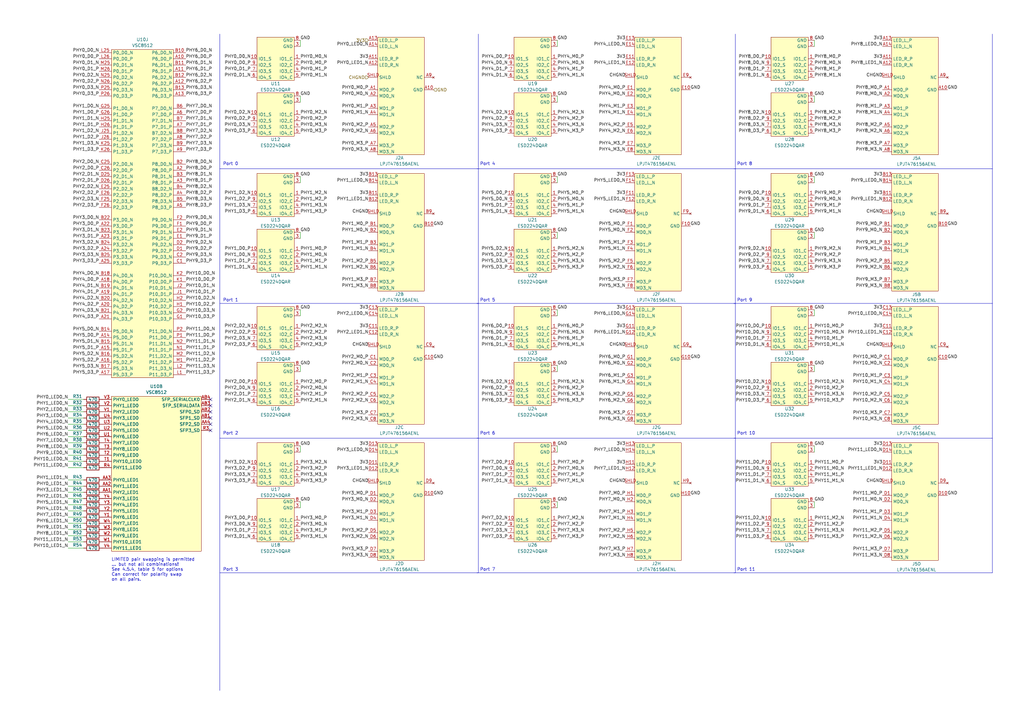
<source format=kicad_sch>
(kicad_sch (version 20231120) (generator "eeschema") (generator_version "8.0")
  (paper "A3")
  (title_block (title "LATENTRED Line Card") (date "2024-12-14") (rev "0.1") (company "Antikernel Labs") (comment 1 "Andrew D. Zonenberg"))
  (no_connect (at 86.36 171.45))
  (no_connect (at 86.36 166.37))
  (no_connect (at 86.36 163.83))
  (no_connect (at 86.36 176.53))
  (no_connect (at 86.36 173.99))
  (no_connect (at 86.36 168.91))
  (wire (pts (xy 27.94 189.23) (xy 34.29 189.23)))
  (polyline (pts (xy 196.215 13.97) (xy 196.215 69.215)))
  (polyline (pts (xy 196.215 69.215) (xy 196.215 124.46)))
  (wire (pts (xy 334.01 149.86) (xy 334.01 152.4)))
  (wire (pts (xy 27.94 184.15) (xy 34.29 184.15)))
  (wire (pts (xy 334.01 16.51) (xy 334.01 19.05)))
  (wire (pts (xy 334.01 127) (xy 334.01 129.54)))
  (wire (pts (xy 123.19 127) (xy 123.19 129.54)))
  (wire (pts (xy 27.94 212.09) (xy 34.29 212.09)))
  (polyline (pts (xy 196.215 179.705) (xy 90.17 179.705)))
  (wire (pts (xy 228.6 95.25) (xy 228.6 97.79)))
  (polyline (pts (xy 407.035 179.705) (xy 300.99 179.705)))
  (wire (pts (xy 27.94 176.53) (xy 34.29 176.53)))
  (polyline (pts (xy 196.215 179.705) (xy 196.215 234.95)))
  (polyline (pts (xy 301.625 69.215) (xy 195.58 69.215)))
  (polyline (pts (xy 301.625 234.95) (xy 195.58 234.95)))
  (wire (pts (xy 27.94 163.83) (xy 34.29 163.83)))
  (polyline (pts (xy 196.215 124.46) (xy 196.215 179.705)))
  (wire (pts (xy 27.94 222.25) (xy 34.29 222.25)))
  (polyline (pts (xy 407.035 124.46) (xy 407.035 179.705)))
  (wire (pts (xy 123.19 149.86) (xy 123.19 152.4)))
  (wire (pts (xy 27.94 214.63) (xy 34.29 214.63)))
  (polyline (pts (xy 301.625 13.97) (xy 301.625 69.215)))
  (wire (pts (xy 123.19 182.88) (xy 123.19 185.42)))
  (polyline (pts (xy 301.625 179.705) (xy 301.625 234.95)))
  (wire (pts (xy 228.6 39.37) (xy 228.6 41.91)))
  (wire (pts (xy 27.94 199.39) (xy 34.29 199.39)))
  (wire (pts (xy 123.19 72.39) (xy 123.19 74.93)))
  (wire (pts (xy 228.6 205.74) (xy 228.6 208.28)))
  (wire (pts (xy 123.19 95.25) (xy 123.19 97.79)))
  (polyline (pts (xy 407.035 69.215) (xy 407.035 124.46)))
  (wire (pts (xy 334.01 182.88) (xy 334.01 185.42)))
  (polyline (pts (xy 301.625 124.46) (xy 301.625 179.705)))
  (wire (pts (xy 27.94 201.93) (xy 34.29 201.93)))
  (polyline (pts (xy 301.625 179.705) (xy 195.58 179.705)))
  (wire (pts (xy 27.94 207.01) (xy 34.29 207.01)))
  (polyline (pts (xy 407.035 69.215) (xy 300.99 69.215)))
  (polyline (pts (xy 301.625 124.46) (xy 195.58 124.46)))
  (polyline (pts (xy 301.625 69.215) (xy 301.625 124.46)))
  (wire (pts (xy 27.94 186.69) (xy 34.29 186.69)))
  (wire (pts (xy 27.94 204.47) (xy 34.29 204.47)))
  (wire (pts (xy 27.94 166.37) (xy 34.29 166.37)))
  (wire (pts (xy 27.94 196.85) (xy 34.29 196.85)))
  (wire (pts (xy 27.94 171.45) (xy 34.29 171.45)))
  (polyline (pts (xy 90.17 13.97) (xy 90.17 283.21)))
  (polyline (pts (xy 196.215 234.95) (xy 90.17 234.95)))
  (polyline (pts (xy 407.035 13.97) (xy 407.035 69.215)))
  (wire (pts (xy 228.6 182.88) (xy 228.6 185.42)))
  (polyline (pts (xy 407.035 179.705) (xy 407.035 234.95)))
  (polyline (pts (xy 196.215 69.215) (xy 90.17 69.215)))
  (wire (pts (xy 27.94 179.07) (xy 34.29 179.07)))
  (wire (pts (xy 123.19 16.51) (xy 123.19 19.05)))
  (polyline (pts (xy 407.035 124.46) (xy 300.99 124.46)))
  (wire (pts (xy 27.94 181.61) (xy 34.29 181.61)))
  (wire (pts (xy 228.6 72.39) (xy 228.6 74.93)))
  (wire (pts (xy 228.6 16.51) (xy 228.6 19.05)))
  (wire (pts (xy 334.01 39.37) (xy 334.01 41.91)))
  (wire (pts (xy 27.94 209.55) (xy 34.29 209.55)))
  (wire (pts (xy 123.19 205.74) (xy 123.19 208.28)))
  (wire (pts (xy 27.94 173.99) (xy 34.29 173.99)))
  (wire (pts (xy 27.94 224.79) (xy 34.29 224.79)))
  (wire (pts (xy 334.01 72.39) (xy 334.01 74.93)))
  (wire (pts (xy 228.6 127) (xy 228.6 129.54)))
  (wire (pts (xy 228.6 149.86) (xy 228.6 152.4)))
  (wire (pts (xy 334.01 205.74) (xy 334.01 208.28)))
  (polyline (pts (xy 196.215 124.46) (xy 90.17 124.46)))
  (wire (pts (xy 334.01 95.25) (xy 334.01 97.79)))
  (wire (pts (xy 27.94 219.71) (xy 34.29 219.71)))
  (polyline (pts (xy 407.035 234.95) (xy 300.99 234.95)))
  (wire (pts (xy 27.94 191.77) (xy 34.29 191.77)))
  (wire (pts (xy 123.19 39.37) (xy 123.19 41.91)))
  (wire (pts (xy 27.94 217.17) (xy 34.29 217.17)))
  (wire (pts (xy 27.94 168.91) (xy 34.29 168.91)))
  (text "Port 9" (at 302.26 123.19 0) (effects (font (size 1.27 1.27)) (justify left)))
  (text "Port 2" (at 91.44 177.8 0) (effects (font (size 1.27 1.27)) (justify left)))
  (text "Port 7" (at 196.85 233.68 0) (effects (font (size 1.27 1.27)) (justify left)))
  (text "Port 1" (at 91.44 123.19 0) (effects (font (size 1.27 1.27)) (justify left)))
  (text "Port 5" (at 196.85 123.19 0) (effects (font (size 1.27 1.27)) (justify left)))
  (text "Port 11" (at 302.26 233.68 0) (effects (font (size 1.27 1.27)) (justify left)))
  (text "LIMITED pair swapping is permitted\n... but not all combinations!\nSee 4.5.4, table 5 for options\nCan correct for polarity swap\non all pairs." (at 45.72 233.68 0) (effects (font (size 1.27 1.27)) (justify left)))
  (text "Port 10" (at 302.26 177.8 0) (effects (font (size 1.27 1.27)) (justify left)))
  (text "Port 3" (at 91.44 233.68 0) (effects (font (size 1.27 1.27)) (justify left)))
  (text "Port 4" (at 196.85 67.31 0) (effects (font (size 1.27 1.27)) (justify left)))
  (text "Port 0" (at 91.44 67.31 0) (effects (font (size 1.27 1.27)) (justify left)))
  (text "Port 6" (at 196.85 177.8 0) (effects (font (size 1.27 1.27)) (justify left)))
  (text "Port 8" (at 302.26 67.31 0) (effects (font (size 1.27 1.27)) (justify left)))
  (label "CHGND" (at 151.13 142.24 180))
  (label "PHY3_D1_N" (at 102.87 220.98 180))
  (label "PHY9_D2_P" (at 313.69 105.41 180))
  (label "PHY1_M2_N" (at 151.13 110.49 180))
  (label "PHY1_D3_P" (at 40.64 62.23 180))
  (label "PHY9_M1_N" (at 334.01 87.63 0))
  (label "PHY11_M3_P" (at 361.95 226.06 180))
  (label "PHY8_M0_N" (at 334.01 26.67 0))
  (label "PHY8_M3_P" (at 334.01 54.61 0))
  (label "PHY1_D0_P" (at 40.64 46.99 180))
  (label "PHY0_M3_P" (at 151.13 59.69 180))
  (label "3V3" (at 361.95 16.51 180))
  (label "PHY7_M1_P" (at 256.54 210.82 180))
  (label "PHY1_D0_P" (at 102.87 102.87 180))
  (label "PHY8_D0_P" (at 76.2 69.85 0))
  (label "PHY11_M0_P" (at 334.01 190.5 0))
  (label "PHY7_D1_N" (at 208.28 198.12 180))
  (label "PHY1_D1_P" (at 102.87 107.95 180))
  (label "PHY10_M1_P" (at 361.95 154.94 180))
  (label "3V3" (at 361.95 182.88 180))
  (label "PHY6_LED0_N" (at 27.94 179.07 180))
  (label "PHY6_D1_P" (at 76.2 29.21 0))
  (label "PHY4_D0_N" (at 208.28 26.67 180))
  (label "PHY8_D2_P" (at 313.69 49.53 180))
  (label "GND" (at 123.19 95.25 0))
  (label "PHY2_D0_N" (at 40.64 67.31 180))
  (label "PHY1_M1_N" (at 123.19 110.49 0))
  (label "PHY5_LED1_N" (at 27.94 207.01 180))
  (label "PHY1_D2_N" (at 102.87 80.01 180))
  (label "PHY2_D1_N" (at 102.87 165.1 180))
  (label "PHY9_M2_P" (at 361.95 107.95 180))
  (label "GND" (at 334.01 39.37 0))
  (label "PHY7_D3_N" (at 208.28 218.44 180))
  (label "PHY2_M3_P" (at 123.19 142.24 0))
  (label "PHY5_D0_N" (at 208.28 82.55 180))
  (label "PHY1_M1_P" (at 123.19 107.95 0))
  (label "PHY4_D1_N" (at 40.64 118.11 180))
  (label "PHY10_D2_P" (at 76.2 125.73 0))
  (label "PHY7_D2_P" (at 208.28 215.9 180))
  (label "PHY5_M2_N" (at 256.54 110.49 180))
  (label "PHY0_D3_N" (at 102.87 52.07 180))
  (label "PHY8_D2_P" (at 76.2 80.01 0))
  (label "PHY4_M2_N" (at 256.54 54.61 180))
  (label "PHY1_M3_N" (at 123.19 85.09 0))
  (label "PHY5_D3_N" (at 40.64 151.13 180))
  (label "PHY10_D0_P" (at 76.2 115.57 0))
  (label "PHY4_M2_N" (at 228.6 46.99 0))
  (label "PHY5_D2_N" (at 208.28 102.87 180))
  (label "PHY11_D0_P" (at 76.2 138.43 0))
  (label "GND" (at 228.6 205.74 0))
  (label "PHY2_M0_N" (at 123.19 160.02 0))
  (label "PHY0_M1_N" (at 123.19 31.75 0))
  (label "3V3" (at 361.95 24.13 180))
  (label "PHY7_M1_P" (at 228.6 195.58 0))
  (label "PHY3_M1_N" (at 123.19 220.98 0))
  (label "PHY0_M0_P" (at 123.19 26.67 0))
  (label "PHY2_M1_P" (at 123.19 162.56 0))
  (label "PHY10_D0_N" (at 313.69 137.16 180))
  (label "3V3" (at 151.13 134.62 180))
  (label "PHY7_D1_N" (at 76.2 49.53 0))
  (label "PHY2_M1_N" (at 123.19 165.1 0))
  (label "PHY9_D0_N" (at 313.69 82.55 180))
  (label "PHY5_M1_P" (at 256.54 100.33 180))
  (label "PHY11_LED1_N" (at 27.94 222.25 180))
  (label "PHY4_M0_N" (at 228.6 26.67 0))
  (label "PHY9_M2_N" (at 361.95 110.49 180))
  (label "PHY5_D1_P" (at 40.64 143.51 180))
  (label "GND" (at 123.19 127 0))
  (label "PHY9_LED0_N" (at 361.95 74.93 180))
  (label "PHY5_LED0_N" (at 27.94 176.53 180))
  (label "PHY9_LED1_N" (at 361.95 82.55 180))
  (label "PHY4_M2_P" (at 256.54 52.07 180))
  (label "PHY4_D1_P" (at 40.64 120.65 180))
  (label "PHY0_D0_N" (at 102.87 24.13 180))
  (label "PHY3_M0_N" (at 123.19 215.9 0))
  (label "PHY2_D2_N" (at 40.64 77.47 180))
  (label "PHY4_D3_P" (at 208.28 54.61 180))
  (label "CHGND" (at 256.54 198.12 180))
  (label "PHY3_D2_P" (at 40.64 102.87 180))
  (label "GND" (at 123.19 182.88 0))
  (label "GND" (at 123.19 205.74 0))
  (label "PHY3_LED1_N" (at 151.13 193.04 180))
  (label "PHY10_D3_N" (at 313.69 162.56 180))
  (label "PHY6_M1_N" (at 228.6 142.24 0))
  (label "PHY3_D0_P" (at 102.87 213.36 180))
  (label "PHY11_D0_N" (at 76.2 135.89 0))
  (label "PHY1_LED0_N" (at 27.94 166.37 180))
  (label "PHY11_LED0_N" (at 27.94 191.77 180))
  (label "CHGND" (at 151.13 87.63 180))
  (label "3V3" (at 151.13 80.01 180))
  (label "PHY0_M2_P" (at 151.13 52.07 180))
  (label "PHY9_D0_P" (at 313.69 80.01 180))
  (label "PHY7_D1_P" (at 76.2 52.07 0))
  (label "PHY10_D0_N" (at 76.2 113.03 0))
  (label "PHY7_LED1_N" (at 27.94 212.09 180))
  (label "PHY4_M3_P" (at 256.54 59.69 180))
  (label "PHY11_D3_P" (at 313.69 220.98 180))
  (label "PHY7_M3_N" (at 228.6 218.44 0))
  (label "PHY5_D1_N" (at 40.64 140.97 180))
  (label "GND" (at 334.01 182.88 0))
  (label "PHY5_D0_N" (at 40.64 135.89 180))
  (label "PHY5_M1_P" (at 228.6 85.09 0))
  (label "GND" (at 228.6 127 0))
  (label "PHY11_D1_P" (at 76.2 143.51 0))
  (label "3V3" (at 361.95 190.5 180))
  (label "PHY6_D3_N" (at 208.28 162.56 180))
  (label "PHY11_D1_N" (at 76.2 140.97 0))
  (label "3V3" (at 256.54 134.62 180))
  (label "PHY3_D3_P" (at 102.87 198.12 180))
  (label "CHGND" (at 361.95 31.75 180))
  (label "PHY8_D3_N" (at 76.2 82.55 0))
  (label "GND" (at 177.8 203.2 0))
  (label "PHY6_M1_P" (at 228.6 139.7 0))
  (label "PHY6_M1_N" (at 256.54 157.48 180))
  (label "GND" (at 228.6 149.86 0))
  (label "PHY3_M0_P" (at 151.13 203.2 180))
  (label "PHY0_LED0_N" (at 27.94 163.83 180))
  (label "PHY7_LED0_N" (at 256.54 185.42 180))
  (label "PHY5_D1_N" (at 208.28 87.63 180))
  (label "PHY8_D0_N" (at 313.69 26.67 180))
  (label "GND" (at 228.6 16.51 0))
  (label "CHGND" (at 151.13 198.12 180))
  (label "PHY6_D0_P" (at 76.2 24.13 0))
  (label "PHY7_D2_N" (at 208.28 213.36 180))
  (label "PHY2_D1_P" (at 102.87 162.56 180))
  (label "PHY10_LED0_N" (at 27.94 189.23 180))
  (label "PHY4_D2_N" (at 208.28 46.99 180))
  (label "PHY7_M2_P" (at 256.54 218.44 180))
  (label "PHY3_M2_N" (at 151.13 220.98 180))
  (label "PHY0_D0_N" (at 40.64 21.59 180))
  (label "PHY6_D0_N" (at 76.2 21.59 0))
  (label "PHY10_D1_P" (at 313.69 139.7 180))
  (label "PHY9_D2_P" (at 76.2 102.87 0))
  (label "PHY8_M1_P" (at 361.95 44.45 180))
  (label "PHY1_M0_N" (at 151.13 95.25 180))
  (label "PHY7_M2_N" (at 256.54 220.98 180))
  (label "PHY4_M1_N" (at 256.54 46.99 180))
  (label "PHY2_M0_P" (at 123.19 157.48 0))
  (label "GND" (at 228.6 72.39 0))
  (label "PHY6_M3_N" (at 228.6 162.56 0))
  (label "PHY11_M1_P" (at 361.95 210.82 180))
  (label "PHY3_M1_P" (at 151.13 210.82 180))
  (label "PHY1_LED0_N" (at 151.13 74.93 180))
  (label "PHY6_M0_N" (at 256.54 149.86 180))
  (label "PHY5_D0_P" (at 40.64 138.43 180))
  (label "PHY9_D2_N" (at 76.2 100.33 0))
  (label "PHY11_M3_P" (at 334.01 220.98 0))
  (label "PHY4_D0_P" (at 208.28 24.13 180))
  (label "GND" (at 177.8 92.71 0))
  (label "PHY1_D1_N" (at 40.64 49.53 180))
  (label "PHY5_D1_P" (at 208.28 85.09 180))
  (label "PHY2_LED0_N" (at 27.94 168.91 180))
  (label "GND" (at 388.62 203.2 0))
  (label "PHY1_D3_N" (at 40.64 59.69 180))
  (label "3V3" (at 361.95 134.62 180))
  (label "PHY10_M0_N" (at 334.01 137.16 0))
  (label "PHY7_LED0_N" (at 27.94 181.61 180))
  (label "PHY4_D3_N" (at 40.64 128.27 180))
  (label "PHY7_D3_P" (at 76.2 62.23 0))
  (label "PHY3_D2_N" (at 102.87 190.5 180))
  (label "PHY6_M2_P" (at 228.6 160.02 0))
  (label "PHY9_LED0_N" (at 27.94 186.69 180))
  (label "GND" (at 334.01 95.25 0))
  (label "PHY1_M2_P" (at 151.13 107.95 180))
  (label "PHY7_M0_N" (at 256.54 205.74 180))
  (label "GND" (at 283.21 92.71 0))
  (label "PHY11_M1_N" (at 361.95 213.36 180))
  (label "PHY2_M2_P" (at 123.19 137.16 0))
  (label "PHY3_D1_P" (at 40.64 97.79 180))
  (label "PHY0_M0_N" (at 123.19 24.13 0))
  (label "PHY10_D3_P" (at 313.69 165.1 180))
  (label "PHY11_D3_N" (at 313.69 218.44 180))
  (label "PHY4_M0_P" (at 256.54 36.83 180))
  (label "PHY3_D2_N" (at 40.64 100.33 180))
  (label "PHY4_D0_P" (at 40.64 115.57 180))
  (label "3V3" (at 256.54 127 180))
  (label "PHY8_D0_P" (at 313.69 24.13 180))
  (label "PHY8_M2_P" (at 334.01 49.53 0))
  (label "PHY2_D3_P" (at 102.87 142.24 180))
  (label "PHY1_M0_P" (at 123.19 102.87 0))
  (label "PHY7_D3_N" (at 76.2 59.69 0))
  (label "3V3" (at 256.54 72.39 180))
  (label "GND" (at 283.21 147.32 0))
  (label "PHY8_M2_P" (at 361.95 52.07 180))
  (label "PHY8_M0_P" (at 361.95 36.83 180))
  (label "PHY8_M3_P" (at 361.95 59.69 180))
  (label "PHY4_M1_N" (at 228.6 31.75 0))
  (label "PHY0_LED1_N" (at 151.13 26.67 180))
  (label "PHY7_M1_N" (at 228.6 198.12 0))
  (label "PHY7_M2_N" (at 228.6 213.36 0))
  (label "PHY1_LED1_N" (at 27.94 196.85 180))
  (label "PHY0_M1_N" (at 151.13 46.99 180))
  (label "PHY2_M3_P" (at 151.13 170.18 180))
  (label "PHY5_LED1_N" (at 256.54 82.55 180))
  (label "PHY3_M1_P" (at 123.19 218.44 0))
  (label "PHY7_D0_N" (at 208.28 193.04 180))
  (label "PHY7_D0_P" (at 76.2 46.99 0))
  (label "PHY8_D3_P" (at 313.69 54.61 180))
  (label "PHY2_D1_N" (at 40.64 72.39 180))
  (label "PHY1_D2_P" (at 40.64 57.15 180))
  (label "PHY7_M3_P" (at 228.6 220.98 0))
  (label "PHY5_M2_N" (at 228.6 102.87 0))
  (label "PHY6_D1_N" (at 76.2 26.67 0))
  (label "PHY6_M0_P" (at 228.6 134.62 0))
  (label "PHY10_M2_N" (at 361.95 165.1 180))
  (label "PHY5_LED0_N" (at 256.54 74.93 180))
  (label "PHY3_M3_N" (at 123.19 195.58 0))
  (label "PHY10_M2_P" (at 334.01 160.02 0))
  (label "PHY4_M3_N" (at 228.6 52.07 0))
  (label "CHGND" (at 256.54 87.63 180))
  (label "PHY9_M0_N" (at 361.95 95.25 180))
  (label "PHY3_D3_N" (at 40.64 105.41 180))
  (label "PHY0_D3_P" (at 40.64 39.37 180))
  (label "PHY4_LED0_N" (at 27.94 173.99 180))
  (label "PHY4_LED0_N" (at 256.54 19.05 180))
  (label "PHY0_M2_N" (at 123.19 46.99 0))
  (label "GND" (at 283.21 36.83 0))
  (label "PHY11_M3_N" (at 334.01 218.44 0))
  (label "PHY5_M3_N" (at 256.54 118.11 180))
  (label "PHY6_LED1_N" (at 256.54 137.16 180))
  (label "GND" (at 334.01 16.51 0))
  (label "PHY2_D0_N" (at 102.87 160.02 180))
  (label "PHY0_D3_N" (at 40.64 36.83 180))
  (label "PHY3_D0_N" (at 40.64 90.17 180))
  (label "PHY4_D2_P" (at 40.64 125.73 180))
  (label "PHY11_M2_P" (at 334.01 215.9 0))
  (label "PHY7_M1_N" (at 256.54 213.36 180))
  (label "PHY5_M3_N" (at 228.6 107.95 0))
  (label "PHY7_M3_N" (at 256.54 228.6 180))
  (label "PHY5_D2_N" (at 40.64 146.05 180))
  (label "PHY8_M1_P" (at 334.01 29.21 0))
  (label "PHY8_LED0_N" (at 361.95 19.05 180))
  (label "PHY9_M3_N" (at 361.95 118.11 180))
  (label "PHY3_M0_N" (at 151.13 205.74 180))
  (label "PHY10_M0_P" (at 361.95 147.32 180))
  (label "PHY11_M1_N" (at 334.01 198.12 0))
  (label "PHY9_D0_P" (at 76.2 92.71 0))
  (label "PHY6_D0_P" (at 208.28 134.62 180))
  (label "GND" (at 334.01 149.86 0))
  (label "3V3" (at 361.95 127 180))
  (label "PHY0_M0_N" (at 151.13 39.37 180))
  (label "PHY11_M0_P" (at 361.95 203.2 180))
  (label "PHY8_LED1_N" (at 361.95 26.67 180))
  (label "PHY4_D0_N" (at 40.64 113.03 180))
  (label "PHY8_M3_N" (at 361.95 62.23 180))
  (label "PHY10_LED0_N" (at 361.95 129.54 180))
  (label "PHY5_M0_P" (at 228.6 80.01 0))
  (label "PHY6_D1_P" (at 208.28 139.7 180))
  (label "PHY5_D3_N" (at 208.28 107.95 180))
  (label "PHY9_D3_P" (at 313.69 110.49 180))
  (label "PHY8_D1_P" (at 76.2 74.93 0))
  (label "PHY1_D1_P" (at 40.64 52.07 180))
  (label "PHY3_M2_P" (at 151.13 218.44 180))
  (label "PHY10_M0_P" (at 334.01 134.62 0))
  (label "PHY6_M3_N" (at 256.54 172.72 180))
  (label "PHY7_D3_P" (at 208.28 220.98 180))
  (label "PHY2_M2_P" (at 151.13 162.56 180))
  (label "PHY0_D2_N" (at 40.64 31.75 180))
  (label "PHY2_D3_N" (at 40.64 82.55 180))
  (label "PHY5_D0_P" (at 208.28 80.01 180))
  (label "PHY6_M2_N" (at 228.6 157.48 0))
  (label "PHY3_M3_P" (at 151.13 226.06 180))
  (label "PHY10_D2_P" (at 313.69 160.02 180))
  (label "PHY0_M3_N" (at 123.19 52.07 0))
  (label "PHY6_D3_N" (at 76.2 36.83 0))
  (label "PHY6_LED1_N" (at 27.94 214.63 180))
  (label "PHY6_D2_N" (at 76.2 31.75 0))
  (label "PHY9_D1_N" (at 313.69 87.63 180))
  (label "PHY8_M2_N" (at 361.95 54.61 180))
  (label "PHY9_M3_P" (at 361.95 115.57 180))
  (label "PHY4_M0_P" (at 228.6 24.13 0))
  (label "PHY3_M2_P" (at 123.19 193.04 0))
  (label "PHY5_M0_P" (at 256.54 92.71 180))
  (label "PHY2_M3_N" (at 123.19 139.7 0))
  (label "PHY3_M1_N" (at 151.13 213.36 180))
  (label "PHY2_M3_N" (at 151.13 172.72 180))
  (label "PHY11_D0_N" (at 313.69 193.04 180))
  (label "PHY1_M2_N" (at 123.19 80.01 0))
  (label "PHY10_M3_N" (at 361.95 172.72 180))
  (label "PHY11_M0_N" (at 361.95 205.74 180))
  (label "PHY11_M3_N" (at 361.95 228.6 180))
  (label "3V3" (at 361.95 80.01 180))
  (label "PHY2_D2_P" (at 40.64 80.01 180))
  (label "PHY9_D3_P" (at 76.2 107.95 0))
  (label "PHY10_D1_P" (at 76.2 120.65 0))
  (label "PHY3_D1_P" (at 102.87 218.44 180))
  (label "PHY4_M1_P" (at 228.6 29.21 0))
  (label "PHY5_D3_P" (at 208.28 110.49 180))
  (label "3V3" (at 256.54 190.5 180))
  (label "PHY9_D2_N" (at 313.69 102.87 180))
  (label "PHY2_D0_P" (at 40.64 69.85 180))
  (label "PHY4_M3_P" (at 228.6 54.61 0))
  (label "PHY9_M1_P" (at 334.01 85.09 0))
  (label "PHY1_D2_P" (at 102.87 82.55 180))
  (label "PHY9_M2_N" (at 334.01 102.87 0))
  (label "CHGND" (at 256.54 142.24 180))
  (label "PHY9_M1_P" (at 361.95 100.33 180))
  (label "PHY2_D2_P" (at 102.87 137.16 180))
  (label "PHY6_M2_N" (at 256.54 165.1 180))
  (label "PHY2_D2_N" (at 102.87 134.62 180))
  (label "PHY6_D2_P" (at 76.2 34.29 0))
  (label "PHY0_M2_N" (at 151.13 54.61 180))
  (label "PHY10_M1_N" (at 334.01 142.24 0))
  (label "PHY7_LED1_N" (at 256.54 193.04 180))
  (label "PHY0_D1_N" (at 102.87 31.75 180))
  (label "PHY2_M2_N" (at 151.13 165.1 180))
  (label "PHY1_D3_P" (at 102.87 87.63 180))
  (label "PHY3_D0_P" (at 40.64 92.71 180))
  (label "PHY10_M3_P" (at 361.95 170.18 180))
  (label "PHY1_M1_N" (at 151.13 102.87 180))
  (label "PHY4_LED1_N" (at 256.54 26.67 180))
  (label "PHY10_D3_N" (at 76.2 128.27 0))
  (label "GND" (at 388.62 92.71 0))
  (label "PHY0_D1_P" (at 102.87 29.21 180))
  (label "CHGND" (at 361.95 198.12 180))
  (label "PHY2_D1_P" (at 40.64 74.93 180))
  (label "PHY1_D3_N" (at 102.87 85.09 180))
  (label "PHY2_D3_N" (at 102.87 139.7 180))
  (label "PHY11_D2_P" (at 76.2 148.59 0))
  (label "PHY6_D2_N" (at 208.28 157.48 180))
  (label "PHY3_LED1_N" (at 27.94 201.93 180))
  (label "PHY6_D0_N" (at 208.28 137.16 180))
  (label "PHY1_M3_N" (at 151.13 118.11 180))
  (label "GND" (at 123.19 72.39 0))
  (label "PHY4_D1_N" (at 208.28 31.75 180))
  (label "PHY3_LED0_N" (at 151.13 185.42 180))
  (label "PHY10_D0_P" (at 313.69 134.62 180))
  (label "PHY4_LED1_N" (at 27.94 209.55 180))
  (label "3V3" (at 151.13 72.39 180))
  (label "PHY1_M3_P" (at 151.13 115.57 180))
  (label "3V3" (at 151.13 182.88 180))
  (label "PHY11_D2_N" (at 76.2 146.05 0))
  (label "GND" (at 388.62 36.83 0))
  (label "3V3" (at 151.13 127 180))
  (label "PHY7_D1_P" (at 208.28 195.58 180))
  (label "PHY1_M0_N" (at 123.19 105.41 0))
  (label "GND" (at 123.19 149.86 0))
  (label "PHY9_M0_P" (at 361.95 92.71 180))
  (label "PHY11_D3_P" (at 76.2 153.67 0))
  (label "PHY3_M3_P" (at 123.19 198.12 0))
  (label "PHY5_M2_P" (at 256.54 107.95 180))
  (label "GND" (at 177.8 147.32 0))
  (label "PHY10_M2_P" (at 361.95 162.56 180))
  (label "3V3" (at 256.54 16.51 180))
  (label "PHY9_D0_N" (at 76.2 90.17 0))
  (label "PHY6_D3_P" (at 208.28 165.1 180))
  (label "PHY0_M1_P" (at 151.13 44.45 180))
  (label "PHY9_D1_N" (at 76.2 95.25 0))
  (label "PHY2_M0_N" (at 151.13 149.86 180))
  (label "3V3" (at 151.13 190.5 180))
  (label "PHY11_LED1_N" (at 361.95 193.04 180))
  (label "PHY7_M2_P" (at 228.6 215.9 0))
  (label "3V3" (at 256.54 80.01 180))
  (label "PHY1_M3_P" (at 123.19 87.63 0))
  (label "PHY10_M3_N" (at 334.01 162.56 0))
  (label "PHY6_M3_P" (at 256.54 170.18 180))
  (label "PHY0_M0_P" (at 151.13 36.83 180))
  (label "CHGND" (at 361.95 142.24 180))
  (label "PHY8_D3_N" (at 313.69 52.07 180))
  (label "3V3" (at 361.95 72.39 180))
  (label "GND" (at 334.01 72.39 0))
  (label "PHY2_LED1_N" (at 27.94 204.47 180))
  (label "PHY10_M3_P" (at 334.01 165.1 0))
  (label "PHY3_M2_N" (at 123.19 190.5 0))
  (label "PHY3_D3_N" (at 102.87 195.58 180))
  (label "PHY8_LED0_N" (at 27.94 184.15 180))
  (label "PHY11_D1_N" (at 313.69 198.12 180))
  (label "PHY0_D1_P" (at 40.64 29.21 180))
  (label "GND" (at 334.01 127 0))
  (label "PHY2_LED1_N" (at 151.13 137.16 180))
  (label "PHY4_D2_N" (at 40.64 123.19 180))
  (label "PHY4_D3_P" (at 40.64 130.81 180))
  (label "PHY8_D1_P" (at 313.69 29.21 180))
  (label "PHY10_M1_P" (at 334.01 139.7 0))
  (label "PHY9_M1_N" (at 361.95 102.87 180))
  (label "PHY7_D0_P" (at 208.28 190.5 180))
  (label "PHY6_LED0_N" (at 256.54 129.54 180))
  (label "PHY6_M0_N" (at 228.6 137.16 0))
  (label "PHY1_LED1_N" (at 151.13 82.55 180))
  (label "PHY8_LED1_N" (at 27.94 219.71 180))
  (label "PHY5_D2_P" (at 40.64 148.59 180))
  (label "PHY11_M2_N" (at 361.95 220.98 180))
  (label "PHY1_M1_P" (at 151.13 100.33 180))
  (label "GND" (at 123.19 39.37 0))
  (label "PHY8_D1_N" (at 76.2 72.39 0))
  (label "PHY0_LED1_N" (at 27.94 199.39 180))
  (label "PHY7_M0_P" (at 256.54 203.2 180))
  (label "PHY5_D2_P" (at 208.28 105.41 180))
  (label "3V3" (at 256.54 182.88 180))
  (label "PHY8_M2_N" (at 334.01 46.99 0))
  (label "PHY8_M1_N" (at 361.95 46.99 180))
  (label "PHY0_LED0_N" (at 151.13 19.05 180))
  (label "3V3" (at 151.13 24.13 180))
  (label "PHY8_D2_N" (at 313.69 46.99 180))
  (label "GND" (at 283.21 203.2 0))
  (label "PHY4_M1_P" (at 256.54 44.45 180))
  (label "PHY6_M2_P" (at 256.54 162.56 180))
  (label "PHY9_D1_P" (at 76.2 97.79 0))
  (label "PHY2_M1_P" (at 151.13 154.94 180))
  (label "GND" (at 388.62 147.32 0))
  (label "PHY1_D0_N" (at 102.87 105.41 180))
  (label "PHY10_D2_N" (at 76.2 123.19 0))
  (label "GND" (at 228.6 182.88 0))
  (label "PHY11_D2_N" (at 313.69 213.36 180))
  (label "PHY4_M2_P" (at 228.6 49.53 0))
  (label "PHY3_D0_N" (at 102.87 215.9 180))
  (label "PHY3_D1_N" (at 40.64 95.25 180))
  (label "PHY8_D3_P" (at 76.2 85.09 0))
  (label "PHY11_M0_N" (at 334.01 193.04 0))
  (label "PHY9_M3_P" (at 334.01 110.49 0))
  (label "PHY9_D3_N" (at 313.69 107.95 180))
  (label "PHY8_M0_P" (at 334.01 24.13 0))
  (label "PHY6_D1_N" (at 208.28 142.24 180))
  (label "PHY5_M0_N" (at 256.54 95.25 180))
  (label "PHY1_D2_N" (at 40.64 54.61 180))
  (label "PHY5_M3_P" (at 228.6 110.49 0))
  (label "PHY10_M1_N" (at 361.95 157.48 180))
  (label "PHY11_D3_N" (at 76.2 151.13 0))
  (label "PHY10_D3_P" (at 76.2 130.81 0))
  (label "PHY11_LED0_N" (at 361.95 185.42 180))
  (label "PHY4_D2_P" (at 208.28 49.53 180))
  (label "PHY7_M0_P" (at 228.6 190.5 0))
  (label "GND" (at 228.6 39.37 0))
  (label "PHY6_M1_P" (at 256.54 154.94 180))
  (label "PHY10_D1_N" (at 76.2 118.11 0))
  (label "PHY7_D2_N" (at 76.2 54.61 0))
  (label "PHY1_M0_P" (at 151.13 92.71 180))
  (label "PHY5_M3_P" (at 256.54 115.57 180))
  (label "PHY0_D1_N" (at 40.64 26.67 180))
  (label "GND" (at 334.01 205.74 0))
  (label "PHY11_M2_P" (at 361.95 218.44 180))
  (label "PHY2_D3_P" (at 40.64 85.09 180))
  (label "PHY3_M3_N" (at 151.13 228.6 180))
  (label "PHY9_M0_N" (at 334.01 82.55 0))
  (label "PHY6_M0_P" (at 256.54 147.32 180))
  (label "PHY3_D2_P" (at 102.87 193.04 180))
  (label "PHY2_M1_N" (at 151.13 157.48 180))
  (label "PHY6_M3_P" (at 228.6 165.1 0))
  (label "PHY9_M2_P" (at 334.01 105.41 0))
  (label "PHY11_M2_N" (at 334.01 213.36 0))
  (label "PHY10_D2_N" (at 313.69 157.48 180))
  (label "PHY8_M0_N" (at 361.95 39.37 180))
  (label "PHY9_LED1_N" (at 27.94 217.17 180))
  (label "PHY1_D1_N" (at 102.87 110.49 180))
  (label "PHY8_M1_N" (at 334.01 31.75 0))
  (label "PHY0_D3_P" (at 102.87 54.61 180))
  (label "PHY2_D0_P" (at 102.87 157.48 180))
  (label "PHY0_D2_P" (at 102.87 49.53 180))
  (label "PHY4_M3_N" (at 256.54 62.23 180))
  (label "CHGND" (at 256.54 31.75 180))
  (label "PHY0_M2_P" (at 123.19 49.53 0))
  (label "PHY7_D0_N" (at 76.2 44.45 0))
  (label "PHY8_M3_N" (at 334.01 52.07 0))
  (label "PHY1_D0_N" (at 40.64 44.45 180))
  (label "GND" (at 123.19 16.51 0))
  (label "PHY9_M0_P" (at 334.01 80.01 0))
  (label "PHY8_D2_N" (at 76.2 77.47 0))
  (label "PHY9_M3_N" (at 334.01 107.95 0))
  (label "PHY0_D2_N" (at 102.87 46.99 180))
  (label "PHY11_D0_P" (at 313.69 190.5 180))
  (label "PHY10_LED1_N" (at 27.94 224.79 180))
  (label "PHY3_M0_P" (at 123.19 213.36 0))
  (label "PHY0_M1_P" (at 123.19 29.21 0))
  (label "PHY3_D3_P" (at 40.64 107.95 180))
  (label "PHY10_D1_N" (at 313.69 142.24 180))
  (label "GND" (at 228.6 95.25 0))
  (label "PHY10_M0_N" (at 361.95 149.86 180))
  (label "PHY11_D1_P" (at 313.69 195.58 180))
  (label "PHY6_D2_P" (at 208.28 160.02 180))
  (label "PHY7_M3_P" (at 256.54 226.06 180))
  (label "PHY0_M3_N" (at 151.13 62.23 180))
  (label "PHY0_D0_P" (at 40.64 24.13 180))
  (label "PHY6_D3_P" (at 76.2 39.37 0))
  (label "3V3" (at 256.54 24.13 180))
  (label "PHY10_M2_N" (at 334.01 157.48 0))
  (label "PHY5_M1_N" (at 256.54 102.87 180))
  (label "PHY4_M0_N" (at 256.54 39.37 180))
  (label "PHY8_D0_N" (at 76.2 67.31 0))
  (label "PHY5_M1_N" (at 228.6 87.63 0))
  (label "PHY9_D3_N" (at 76.2 105.41 0))
  (label "PHY8_D1_N" (at 313.69 31.75 180))
  (label "PHY5_D3_P" (at 40.64 153.67 180))
  (label "PHY10_LED1_N" (at 361.95 137.16 180))
  (label "CHGND" (at 361.95 87.63 180))
  (label "PHY5_M2_P" (at 228.6 105.41 0))
  (label "PHY11_M1_P" (at 334.01 195.58 0))
  (label "PHY3_LED0_N" (at 27.94 171.45 180))
  (label "PHY5_M0_N" (at 228.6 82.55 0))
  (label "PHY11_D2_P" (at 313.69 215.9 180))
  (label "PHY9_D1_P" (at 313.69 85.09 180))
  (label "PHY0_D0_P" (at 102.87 26.67 180))
  (label "PHY7_M0_N" (at 228.6 193.04 0))
  (label "PHY7_D2_P" (at 76.2 57.15 0))
  (label "PHY0_M3_P" (at 123.19 54.61 0))
  (label "PHY4_D1_P" (at 208.28 29.21 180))
  (label "PHY2_M0_P" (at 151.13 147.32 180))
  (label "PHY1_M2_P" (at 123.19 82.55 0))
  (label "PHY4_D3_N" (at 208.28 52.07 180))
  (label "PHY0_D2_P" (at 40.64 34.29 180))
  (label "PHY2_M2_N" (at 123.19 134.62 0))
  (label "PHY2_LED0_N" (at 151.13 129.54 180))
  (hierarchical_label "3V3" (shape input) (at 151.13 16.51 180))
  (hierarchical_label "GND" (shape input) (at 177.8 36.83 0))
  (hierarchical_label "CHGND" (shape input) (at 151.13 31.75 180))
  (symbol (lib_id "special-azonenberg:LPJT476156AENL") (at 365.76 63.5 0) (unit 1)
    (property "Reference" "J5" (at 375.92 64.8857 0))
    (property "Value" "LPJT476156AENL" (at 375.92 67.31 0))
    (property "Footprint" "azonenberg_pcb:CONN_LINKPP_LPJT476156AENL" (effects (hide yes)))
  )
  (symbol (lib_id "special-azonenberg:ESD224") (at 226.06 33.02 0) (mirror y) (unit 1)
    (property "Reference" "U19" (at 218.44 34.29 0))
    (property "Value" "ESD224DQAR" (at 218.44 36.83 0))
    (property "Footprint" "azonenberg_pcb:DFN_10_0.5MM_2.5x1MM_TI_DQA" (effects (hide yes)))
  )
  (symbol (lib_id "special-azonenberg:LPJT476156AENL") (at 260.35 229.87 0) (unit 8)
    (property "Reference" "J2" (at 269.24 231.14 0))
    (property "Value" "LPJT476156AENL" (at 269.24 233.5643 0))
    (property "Footprint" "azonenberg_pcb:CONN_LINKPP_LPJT476156AENL" (effects (hide yes)))
  )
  (symbol (lib_id "device:R") (at 38.1 168.91 90) (unit 1)
    (property "Reference" "R33" (at 31.75 167.64 90))
    (property "Value" "470" (at 38.1 168.91 90))
    (property "Footprint" "azonenberg_pcb:EIA_0402_RES_NOSILK" (effects (hide yes)))
    (property "Description" "Resistor" (effects (hide yes)))
  )
  (symbol (lib_id "device:R") (at 38.1 222.25 90) (unit 1)
    (property "Reference" "R53" (at 31.75 220.98 90))
    (property "Value" "470" (at 38.1 222.25 90))
    (property "Footprint" "azonenberg_pcb:EIA_0402_RES_NOSILK" (effects (hide yes)))
    (property "Description" "Resistor" (effects (hide yes)))
  )
  (symbol (lib_id "special-azonenberg:ESD224") (at 226.06 222.25 0) (mirror y) (unit 1)
    (property "Reference" "U26" (at 218.44 223.52 0))
    (property "Value" "ESD224DQAR" (at 218.44 226.06 0))
    (property "Footprint" "azonenberg_pcb:DFN_10_0.5MM_2.5x1MM_TI_DQA" (effects (hide yes)))
  )
  (symbol (lib_id "special-azonenberg:LPJT476156AENL") (at 260.35 173.99 0) (unit 7)
    (property "Reference" "J2" (at 269.24 175.26 0))
    (property "Value" "LPJT476156AENL" (at 269.24 177.6843 0))
    (property "Footprint" "azonenberg_pcb:CONN_LINKPP_LPJT476156AENL" (effects (hide yes)))
  )
  (symbol (lib_id "device:R") (at 38.1 166.37 90) (unit 1)
    (property "Reference" "R32" (at 31.75 165.1 90))
    (property "Value" "470" (at 38.1 166.37 90))
    (property "Footprint" "azonenberg_pcb:EIA_0402_RES_NOSILK" (effects (hide yes)))
    (property "Description" "Resistor" (effects (hide yes)))
  )
  (symbol (lib_id "special-azonenberg:ESD224") (at 226.06 166.37 0) (mirror y) (unit 1)
    (property "Reference" "U24" (at 218.44 167.64 0))
    (property "Value" "ESD224DQAR" (at 218.44 170.18 0))
    (property "Footprint" "azonenberg_pcb:DFN_10_0.5MM_2.5x1MM_TI_DQA" (effects (hide yes)))
  )
  (symbol (lib_id "device:R") (at 38.1 224.79 90) (unit 1)
    (property "Reference" "R54" (at 31.75 223.52 90))
    (property "Value" "470" (at 38.1 224.79 90))
    (property "Footprint" "azonenberg_pcb:EIA_0402_RES_NOSILK" (effects (hide yes)))
    (property "Description" "Resistor" (effects (hide yes)))
  )
  (symbol (lib_id "special-azonenberg:LPJT476156AENL") (at 365.76 229.87 0) (unit 4)
    (property "Reference" "J5" (at 375.92 231.2557 0))
    (property "Value" "LPJT476156AENL" (at 375.92 233.68 0))
    (property "Footprint" "azonenberg_pcb:CONN_LINKPP_LPJT476156AENL" (effects (hide yes)))
  )
  (symbol (lib_id "special-azonenberg:ESD224") (at 120.65 55.88 0) (mirror y) (unit 1)
    (property "Reference" "U12" (at 113.03 57.15 0))
    (property "Value" "ESD224DQAR" (at 113.03 59.69 0))
    (property "Footprint" "azonenberg_pcb:DFN_10_0.5MM_2.5x1MM_TI_DQA" (effects (hide yes)))
  )
  (symbol (lib_id "device:R") (at 38.1 191.77 90) (unit 1)
    (property "Reference" "R42" (at 31.75 190.5 90))
    (property "Value" "470" (at 38.1 191.77 90))
    (property "Footprint" "azonenberg_pcb:EIA_0402_RES_NOSILK" (effects (hide yes)))
    (property "Description" "Resistor" (effects (hide yes)))
  )
  (symbol (lib_id "special-azonenberg:ESD224") (at 331.47 222.25 0) (mirror y) (unit 1)
    (property "Reference" "U34" (at 323.85 223.52 0))
    (property "Value" "ESD224DQAR" (at 323.85 226.06 0))
    (property "Footprint" "azonenberg_pcb:DFN_10_0.5MM_2.5x1MM_TI_DQA" (effects (hide yes)))
  )
  (symbol (lib_id "special-azonenberg:ESD224") (at 120.65 166.37 0) (mirror y) (unit 1)
    (property "Reference" "U16" (at 113.03 167.64 0))
    (property "Value" "ESD224DQAR" (at 113.03 170.18 0))
    (property "Footprint" "azonenberg_pcb:DFN_10_0.5MM_2.5x1MM_TI_DQA" (effects (hide yes)))
  )
  (symbol (lib_id "special-azonenberg:ESD224") (at 226.06 88.9 0) (mirror y) (unit 1)
    (property "Reference" "U21" (at 218.44 90.17 0))
    (property "Value" "ESD224DQAR" (at 218.44 92.71 0))
    (property "Footprint" "azonenberg_pcb:DFN_10_0.5MM_2.5x1MM_TI_DQA" (effects (hide yes)))
  )
  (symbol (lib_id "device:R") (at 38.1 204.47 90) (unit 1)
    (property "Reference" "R46" (at 31.75 203.2 90))
    (property "Value" "470" (at 38.1 204.47 90))
    (property "Footprint" "azonenberg_pcb:EIA_0402_RES_NOSILK" (effects (hide yes)))
    (property "Description" "Resistor" (effects (hide yes)))
  )
  (symbol (lib_id "special-azonenberg:ESD224") (at 226.06 143.51 0) (mirror y) (unit 1)
    (property "Reference" "U23" (at 218.44 144.78 0))
    (property "Value" "ESD224DQAR" (at 218.44 147.32 0))
    (property "Footprint" "azonenberg_pcb:DFN_10_0.5MM_2.5x1MM_TI_DQA" (effects (hide yes)))
  )
  (symbol (lib_id "device:R") (at 38.1 199.39 90) (unit 1)
    (property "Reference" "R44" (at 31.75 198.12 90))
    (property "Value" "470" (at 38.1 199.39 90))
    (property "Footprint" "azonenberg_pcb:EIA_0402_RES_NOSILK" (effects (hide yes)))
    (property "Description" "Resistor" (effects (hide yes)))
  )
  (symbol (lib_id "special-azonenberg:ESD224") (at 120.65 33.02 0) (mirror y) (unit 1)
    (property "Reference" "U11" (at 113.03 34.29 0))
    (property "Value" "ESD224DQAR" (at 113.03 36.83 0))
    (property "Footprint" "azonenberg_pcb:DFN_10_0.5MM_2.5x1MM_TI_DQA" (effects (hide yes)))
  )
  (symbol (lib_id "special-azonenberg:ESD224") (at 120.65 222.25 0) (mirror y) (unit 1)
    (property "Reference" "U18" (at 113.03 223.52 0))
    (property "Value" "ESD224DQAR" (at 113.03 226.06 0))
    (property "Footprint" "azonenberg_pcb:DFN_10_0.5MM_2.5x1MM_TI_DQA" (effects (hide yes)))
  )
  (symbol (lib_id "special-azonenberg:ESD224") (at 331.47 111.76 0) (mirror y) (unit 1)
    (property "Reference" "U30" (at 323.85 113.03 0))
    (property "Value" "ESD224DQAR" (at 323.85 115.57 0))
    (property "Footprint" "azonenberg_pcb:DFN_10_0.5MM_2.5x1MM_TI_DQA" (effects (hide yes)))
  )
  (symbol (lib_id "device:R") (at 38.1 186.69 90) (unit 1)
    (property "Reference" "R40" (at 31.75 185.42 90))
    (property "Value" "470" (at 38.1 186.69 90))
    (property "Footprint" "azonenberg_pcb:EIA_0402_RES_NOSILK" (effects (hide yes)))
    (property "Description" "Resistor" (effects (hide yes)))
  )
  (symbol (lib_id "special-azonenberg:LPJT476156AENL") (at 260.35 119.38 0) (unit 6)
    (property "Reference" "J2" (at 269.24 120.65 0))
    (property "Value" "LPJT476156AENL" (at 269.24 123.0743 0))
    (property "Footprint" "azonenberg_pcb:CONN_LINKPP_LPJT476156AENL" (effects (hide yes)))
  )
  (symbol (lib_id "device:R") (at 38.1 217.17 90) (unit 1)
    (property "Reference" "R51" (at 31.75 215.9 90))
    (property "Value" "470" (at 38.1 217.17 90))
    (property "Footprint" "azonenberg_pcb:EIA_0402_RES_NOSILK" (effects (hide yes)))
    (property "Description" "Resistor" (effects (hide yes)))
  )
  (symbol (lib_id "special-azonenberg:ESD224") (at 331.47 88.9 0) (mirror y) (unit 1)
    (property "Reference" "U29" (at 323.85 90.17 0))
    (property "Value" "ESD224DQAR" (at 323.85 92.71 0))
    (property "Footprint" "azonenberg_pcb:DFN_10_0.5MM_2.5x1MM_TI_DQA" (effects (hide yes)))
  )
  (symbol (lib_id "device:R") (at 38.1 212.09 90) (unit 1)
    (property "Reference" "R49" (at 31.75 210.82 90))
    (property "Value" "470" (at 38.1 212.09 90))
    (property "Footprint" "azonenberg_pcb:EIA_0402_RES_NOSILK" (effects (hide yes)))
    (property "Description" "Resistor" (effects (hide yes)))
  )
  (symbol (lib_id "special-azonenberg:ESD224") (at 226.06 111.76 0) (mirror y) (unit 1)
    (property "Reference" "U22" (at 218.44 113.03 0))
    (property "Value" "ESD224DQAR" (at 218.44 115.57 0))
    (property "Footprint" "azonenberg_pcb:DFN_10_0.5MM_2.5x1MM_TI_DQA" (effects (hide yes)))
  )
  (symbol (lib_id "special-azonenberg:ESD224") (at 331.47 199.39 0) (mirror y) (unit 1)
    (property "Reference" "U33" (at 323.85 200.66 0))
    (property "Value" "ESD224DQAR" (at 323.85 203.2 0))
    (property "Footprint" "azonenberg_pcb:DFN_10_0.5MM_2.5x1MM_TI_DQA" (effects (hide yes)))
  )
  (symbol (lib_id "microchip-azonenberg:VSC8512") (at 45.72 154.94 0) (unit 10)
    (property "Reference" "U10" (at 58.42 16.2263 0))
    (property "Value" "VSC8512" (at 58.42 18.6506 0))
    (property "Footprint" "azonenberg_pcb:BGA_676_27x27_FULLARRAY_1MM_FFG676" (effects (hide yes)))
  )
  (symbol (lib_id "special-azonenberg:LPJT476156AENL") (at 154.94 173.99 0) (unit 3)
    (property "Reference" "J2" (at 163.83 175.26 0))
    (property "Value" "LPJT476156AENL" (at 163.83 177.6843 0))
    (property "Footprint" "azonenberg_pcb:CONN_LINKPP_LPJT476156AENL" (effects (hide yes)))
  )
  (symbol (lib_id "device:R") (at 38.1 214.63 90) (unit 1)
    (property "Reference" "R50" (at 31.75 213.36 90))
    (property "Value" "470" (at 38.1 214.63 90))
    (property "Footprint" "azonenberg_pcb:EIA_0402_RES_NOSILK" (effects (hide yes)))
    (property "Description" "Resistor" (effects (hide yes)))
  )
  (symbol (lib_id "device:R") (at 38.1 176.53 90) (unit 1)
    (property "Reference" "R36" (at 31.75 175.26 90))
    (property "Value" "470" (at 38.1 176.53 90))
    (property "Footprint" "azonenberg_pcb:EIA_0402_RES_NOSILK" (effects (hide yes)))
    (property "Description" "Resistor" (effects (hide yes)))
  )
  (symbol (lib_id "special-azonenberg:ESD224") (at 226.06 199.39 0) (mirror y) (unit 1)
    (property "Reference" "U25" (at 218.44 200.66 0))
    (property "Value" "ESD224DQAR" (at 218.44 203.2 0))
    (property "Footprint" "azonenberg_pcb:DFN_10_0.5MM_2.5x1MM_TI_DQA" (effects (hide yes)))
  )
  (symbol (lib_id "device:R") (at 38.1 209.55 90) (unit 1)
    (property "Reference" "R48" (at 31.75 208.28 90))
    (property "Value" "470" (at 38.1 209.55 90))
    (property "Footprint" "azonenberg_pcb:EIA_0402_RES_NOSILK" (effects (hide yes)))
    (property "Description" "Resistor" (effects (hide yes)))
  )
  (symbol (lib_id "device:R") (at 38.1 207.01 90) (unit 1)
    (property "Reference" "R47" (at 31.75 205.74 90))
    (property "Value" "470" (at 38.1 207.01 90))
    (property "Footprint" "azonenberg_pcb:EIA_0402_RES_NOSILK" (effects (hide yes)))
    (property "Description" "Resistor" (effects (hide yes)))
  )
  (symbol (lib_id "device:R") (at 38.1 184.15 90) (unit 1)
    (property "Reference" "R39" (at 31.75 182.88 90))
    (property "Value" "470" (at 38.1 184.15 90))
    (property "Footprint" "azonenberg_pcb:EIA_0402_RES_NOSILK" (effects (hide yes)))
    (property "Description" "Resistor" (effects (hide yes)))
  )
  (symbol (lib_id "special-azonenberg:LPJT476156AENL") (at 154.94 229.87 0) (unit 4)
    (property "Reference" "J2" (at 163.83 231.14 0))
    (property "Value" "LPJT476156AENL" (at 163.83 233.5643 0))
    (property "Footprint" "azonenberg_pcb:CONN_LINKPP_LPJT476156AENL" (effects (hide yes)))
  )
  (symbol (lib_id "device:R") (at 38.1 181.61 90) (unit 1)
    (property "Reference" "R38" (at 31.75 180.34 90))
    (property "Value" "470" (at 38.1 181.61 90))
    (property "Footprint" "azonenberg_pcb:EIA_0402_RES_NOSILK" (effects (hide yes)))
    (property "Description" "Resistor" (effects (hide yes)))
  )
  (symbol (lib_id "special-azonenberg:ESD224") (at 226.06 55.88 0) (mirror y) (unit 1)
    (property "Reference" "U20" (at 218.44 57.15 0))
    (property "Value" "ESD224DQAR" (at 218.44 59.69 0))
    (property "Footprint" "azonenberg_pcb:DFN_10_0.5MM_2.5x1MM_TI_DQA" (effects (hide yes)))
  )
  (symbol (lib_id "device:R") (at 38.1 196.85 90) (unit 1)
    (property "Reference" "R43" (at 31.75 195.58 90))
    (property "Value" "470" (at 38.1 196.85 90))
    (property "Footprint" "azonenberg_pcb:EIA_0402_RES_NOSILK" (effects (hide yes)))
    (property "Description" "Resistor" (effects (hide yes)))
  )
  (symbol (lib_id "device:R") (at 38.1 171.45 90) (unit 1)
    (property "Reference" "R34" (at 31.75 170.18 90))
    (property "Value" "470" (at 38.1 171.45 90))
    (property "Footprint" "azonenberg_pcb:EIA_0402_RES_NOSILK" (effects (hide yes)))
    (property "Description" "Resistor" (effects (hide yes)))
  )
  (symbol (lib_id "special-azonenberg:ESD224") (at 120.65 111.76 0) (mirror y) (unit 1)
    (property "Reference" "U14" (at 113.03 113.03 0))
    (property "Value" "ESD224DQAR" (at 113.03 115.57 0))
    (property "Footprint" "azonenberg_pcb:DFN_10_0.5MM_2.5x1MM_TI_DQA" (effects (hide yes)))
  )
  (symbol (lib_id "special-azonenberg:LPJT476156AENL") (at 365.76 119.38 0) (unit 2)
    (property "Reference" "J5" (at 375.92 120.7657 0))
    (property "Value" "LPJT476156AENL" (at 375.92 123.19 0))
    (property "Footprint" "azonenberg_pcb:CONN_LINKPP_LPJT476156AENL" (effects (hide yes)))
  )
  (symbol (lib_id "device:R") (at 38.1 163.83 90) (unit 1)
    (property "Reference" "R31" (at 31.75 162.56 90))
    (property "Value" "470" (at 38.1 163.83 90))
    (property "Footprint" "azonenberg_pcb:EIA_0402_RES_NOSILK" (effects (hide yes)))
    (property "Description" "Resistor" (effects (hide yes)))
  )
  (symbol (lib_id "special-azonenberg:ESD224") (at 331.47 143.51 0) (mirror y) (unit 1)
    (property "Reference" "U31" (at 323.85 144.78 0))
    (property "Value" "ESD224DQAR" (at 323.85 147.32 0))
    (property "Footprint" "azonenberg_pcb:DFN_10_0.5MM_2.5x1MM_TI_DQA" (effects (hide yes)))
  )
  (symbol (lib_id "special-azonenberg:LPJT476156AENL") (at 365.76 173.99 0) (unit 3)
    (property "Reference" "J5" (at 375.92 175.3757 0))
    (property "Value" "LPJT476156AENL" (at 375.92 177.8 0))
    (property "Footprint" "azonenberg_pcb:CONN_LINKPP_LPJT476156AENL" (effects (hide yes)))
  )
  (symbol (lib_id "device:R") (at 38.1 201.93 90) (unit 1)
    (property "Reference" "R45" (at 31.75 200.66 90))
    (property "Value" "470" (at 38.1 201.93 90))
    (property "Footprint" "azonenberg_pcb:EIA_0402_RES_NOSILK" (effects (hide yes)))
    (property "Description" "Resistor" (effects (hide yes)))
  )
  (symbol (lib_id "special-azonenberg:ESD224") (at 331.47 55.88 0) (mirror y) (unit 1)
    (property "Reference" "U28" (at 323.85 57.15 0))
    (property "Value" "ESD224DQAR" (at 323.85 59.69 0))
    (property "Footprint" "azonenberg_pcb:DFN_10_0.5MM_2.5x1MM_TI_DQA" (effects (hide yes)))
  )
  (symbol (lib_id "special-azonenberg:ESD224") (at 331.47 166.37 0) (mirror y) (unit 1)
    (property "Reference" "U32" (at 323.85 167.64 0))
    (property "Value" "ESD224DQAR" (at 323.85 170.18 0))
    (property "Footprint" "azonenberg_pcb:DFN_10_0.5MM_2.5x1MM_TI_DQA" (effects (hide yes)))
  )
  (symbol (lib_id "device:R") (at 38.1 219.71 90) (unit 1)
    (property "Reference" "R52" (at 31.75 218.44 90))
    (property "Value" "470" (at 38.1 219.71 90))
    (property "Footprint" "azonenberg_pcb:EIA_0402_RES_NOSILK" (effects (hide yes)))
    (property "Description" "Resistor" (effects (hide yes)))
  )
  (symbol (lib_id "special-azonenberg:ESD224") (at 120.65 199.39 0) (mirror y) (unit 1)
    (property "Reference" "U17" (at 113.03 200.66 0))
    (property "Value" "ESD224DQAR" (at 113.03 203.2 0))
    (property "Footprint" "azonenberg_pcb:DFN_10_0.5MM_2.5x1MM_TI_DQA" (effects (hide yes)))
  )
  (symbol (lib_id "device:R") (at 38.1 179.07 90) (unit 1)
    (property "Reference" "R37" (at 31.75 177.8 90))
    (property "Value" "470" (at 38.1 179.07 90))
    (property "Footprint" "azonenberg_pcb:EIA_0402_RES_NOSILK" (effects (hide yes)))
    (property "Description" "Resistor" (effects (hide yes)))
  )
  (symbol (lib_id "device:R") (at 38.1 189.23 90) (unit 1)
    (property "Reference" "R41" (at 31.75 187.96 90))
    (property "Value" "470" (at 38.1 189.23 90))
    (property "Footprint" "azonenberg_pcb:EIA_0402_RES_NOSILK" (effects (hide yes)))
    (property "Description" "Resistor" (effects (hide yes)))
  )
  (symbol (lib_id "special-azonenberg:LPJT476156AENL") (at 154.94 119.38 0) (unit 2)
    (property "Reference" "J2" (at 163.83 120.65 0))
    (property "Value" "LPJT476156AENL" (at 163.83 123.0743 0))
    (property "Footprint" "azonenberg_pcb:CONN_LINKPP_LPJT476156AENL" (effects (hide yes)))
  )
  (symbol (lib_id "special-azonenberg:ESD224") (at 120.65 88.9 0) (mirror y) (unit 1)
    (property "Reference" "U13" (at 113.03 90.17 0))
    (property "Value" "ESD224DQAR" (at 113.03 92.71 0))
    (property "Footprint" "azonenberg_pcb:DFN_10_0.5MM_2.5x1MM_TI_DQA" (effects (hide yes)))
  )
  (symbol (lib_id "special-azonenberg:LPJT476156AENL") (at 154.94 63.5 0) (unit 1)
    (property "Reference" "J2" (at 163.83 64.77 0))
    (property "Value" "LPJT476156AENL" (at 163.83 67.1943 0))
    (property "Footprint" "azonenberg_pcb:CONN_LINKPP_LPJT476156AENL" (effects (hide yes)))
  )
  (symbol (lib_id "special-azonenberg:ESD224") (at 120.65 143.51 0) (mirror y) (unit 1)
    (property "Reference" "U15" (at 113.03 144.78 0))
    (property "Value" "ESD224DQAR" (at 113.03 147.32 0))
    (property "Footprint" "azonenberg_pcb:DFN_10_0.5MM_2.5x1MM_TI_DQA" (effects (hide yes)))
  )
  (symbol (lib_id "device:R") (at 38.1 173.99 90) (unit 1)
    (property "Reference" "R35" (at 31.75 172.72 90))
    (property "Value" "470" (at 38.1 173.99 90))
    (property "Footprint" "azonenberg_pcb:EIA_0402_RES_NOSILK" (effects (hide yes)))
    (property "Description" "Resistor" (effects (hide yes)))
  )
  (symbol (lib_id "microchip-azonenberg:VSC8512") (at 45.72 226.06 0) (unit 2)
    (property "Reference" "U10" (at 64.135 158.4663 0))
    (property "Value" "VSC8512" (at 64.135 160.8906 0))
    (property "Footprint" "azonenberg_pcb:BGA_676_27x27_FULLARRAY_1MM_FFG676" (effects (hide yes)))
  )
  (symbol (lib_id "special-azonenberg:ESD224") (at 331.47 33.02 0) (mirror y) (unit 1)
    (property "Reference" "U27" (at 323.85 34.29 0))
    (property "Value" "ESD224DQAR" (at 323.85 36.83 0))
    (property "Footprint" "azonenberg_pcb:DFN_10_0.5MM_2.5x1MM_TI_DQA" (effects (hide yes)))
  )
  (symbol (lib_id "special-azonenberg:LPJT476156AENL") (at 260.35 63.5 0) (unit 5)
    (property "Reference" "J2" (at 269.24 64.77 0))
    (property "Value" "LPJT476156AENL" (at 269.24 67.1943 0))
    (property "Footprint" "azonenberg_pcb:CONN_LINKPP_LPJT476156AENL" (effects (hide yes)))
  )
)
</source>
